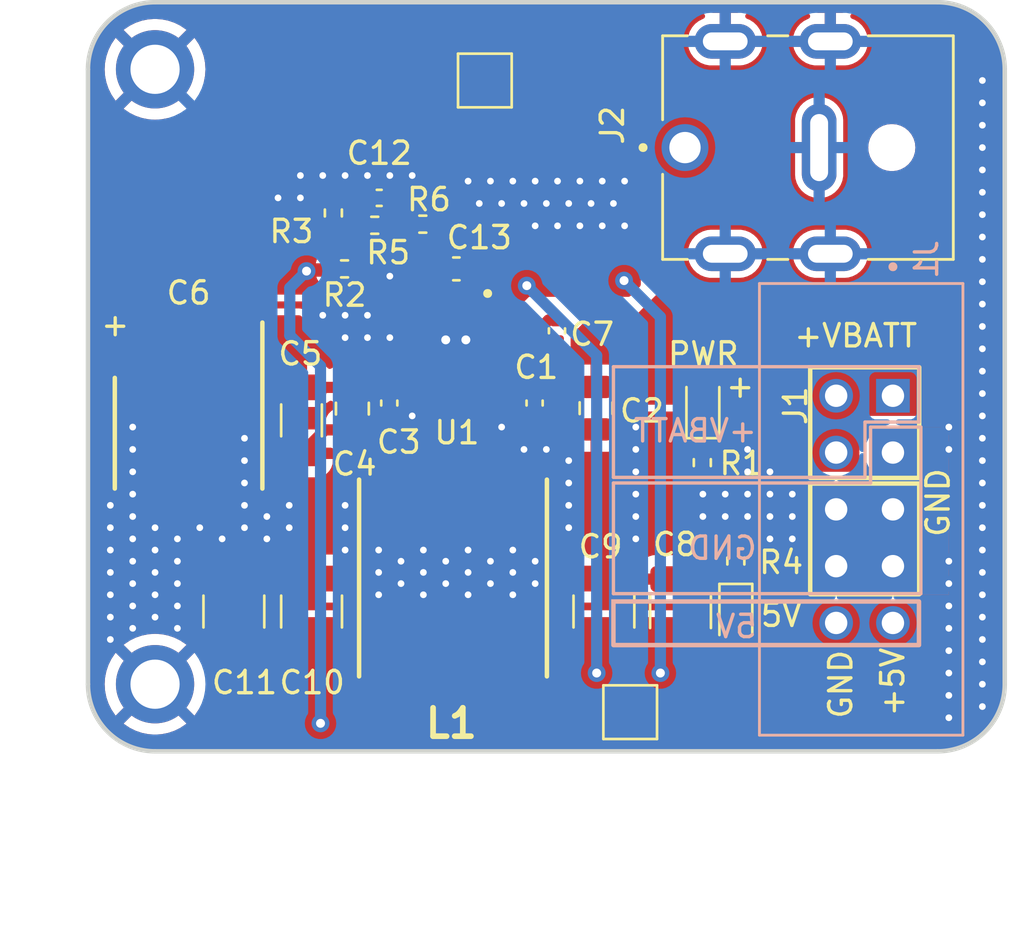
<source format=kicad_pcb>
(kicad_pcb (version 20221018) (generator pcbnew)
  (title_block (title "Power Supply - Voltage Regulator") (date "2024-04-01") (rev "2.0") (company "EPFL Xplore") (comment 1 "Voltage Regulation Circuit to be reviewed") (comment 2 "Maybe minimize battery voltage path?") (comment 4 "Author: Ilyas Asmouki"))
  (layers (0 "F.Cu" signal) (31 "B.Cu" power) (34 "B.Paste" user) (35 "F.Paste" user) (36 "B.SilkS" user "B.Silkscreen") (37 "F.SilkS" user "F.Silkscreen") (38 "B.Mask" user) (39 "F.Mask" user) (44 "Edge.Cuts" user))
  (net 0 "")
  (net 1 "+BATT")
  (net 2 "GND")
  (net 3 "+5V")
  (net 4 "Net-(C12-Pad1)")
  (net 5 "Net-(D1-K)")
  (net 6 "Net-(D2-K)")
  (net 7 "/PS_SW")
  (net 8 "/PS_BOOT")
  (net 9 "/PS_FB")
  (net 10 "/PS_VCC")
  (net 11 "/PS_PGOOD")
  (footprint "Capacitor_SMD:C_1210_3225Metric" (layer "F.Cu") (at 135.025 120.25 90)
    (fp_text reference "C11")
    (fp_text value "22u")
  )
  (footprint "Capacitor_SMD:C_0805_2012Metric" (layer "F.Cu") (at 140.325 111.175 -90)
    (fp_text reference "C4")
    (fp_text value "4.7u")
  )
  (footprint "TestPoint:TestPoint_Pad_2.0x2.0mm" (layer "F.Cu") (at 152.75 124.75)
    (fp_text reference "TP2" hide)
    (fp_text value "TestPoint_Alt")
  )
  (footprint "MountingHole:MountingHole_2.2mm_M2_ISO7380_Pad" (layer "F.Cu") (at 131.5 123.5)
    (fp_text reference "H1" hide)
    (fp_text value "MountingHole_Pad")
  )
  (footprint "Resistor_SMD:R_0402_1005Metric" (layer "F.Cu") (at 139.475 102.425 90)
    (fp_text reference "R3")
    (fp_text value "1k")
  )
  (footprint "Resistor_SMD:R_0402_1005Metric" (layer "F.Cu") (at 143.475 102.925)
    (fp_text reference "R6")
    (fp_text value "24.9k")
  )
  (footprint "Capacitor_SMD:C_1210_3225Metric" (layer "F.Cu") (at 155 120.275 90)
    (fp_text reference "C8")
    (fp_text value "22u")
  )
  (footprint "865080543009:CAPAE660X550N" (layer "F.Cu") (at 133 111.45 -90)
    (fp_text reference "C6")
    (fp_text value "47u" hide)
  )
  (footprint "Capacitor_SMD:C_0402_1005Metric" (layer "F.Cu") (at 148.475 110.925 -90)
    (fp_text reference "C1")
    (fp_text value "100n")
  )
  (footprint "Capacitor_SMD:C_0402_1005Metric" (layer "F.Cu") (at 141.525 101.75)
    (fp_text reference "C12")
    (fp_text value "22p")
  )
  (footprint "Capacitor_SMD:C_1210_3225Metric" (layer "F.Cu") (at 138.5 120.25 90)
    (fp_text reference "C10")
    (fp_text value "22u")
  )
  (footprint "LM62440APPQRJRRQ1:IC_LM61460AANRJRR" (layer "F.Cu") (at 144.975 108.925 -90)
    (fp_text reference "U1")
    (fp_text value "LM62440-Q1")
  )
  (footprint "TestPoint:TestPoint_Pad_2.0x2.0mm" (layer "F.Cu") (at 146.25 96.5)
    (fp_text reference "TP1" hide)
    (fp_text value "TestPoint_Alt")
  )
  (footprint "Resistor_SMD:R_0402_1005Metric" (layer "F.Cu") (at 157.475 117.99 90)
    (fp_text reference "R4")
    (fp_text value "1k")
  )
  (footprint "Resistor_SMD:R_0402_1005Metric" (layer "F.Cu") (at 155.975 113.59 -90)
    (fp_text reference "R1")
    (fp_text value "1k")
  )
  (footprint "Capacitor_SMD:C_0805_2012Metric" (layer "F.Cu") (at 151.225 111.155 -90)
    (fp_text reference "C2")
    (fp_text value "4.7u")
  )
  (footprint "SRP8540A-8R2M:INDPM8884X400N" (layer "F.Cu") (at 144.825 118.75 -90)
    (fp_text reference "L1")
    (fp_text value "8.2u" hide)
  )
  (footprint "Resistor_SMD:R_0402_1005Metric" (layer "F.Cu") (at 141.325 102.975)
    (fp_text reference "R5")
    (fp_text value "100k")
  )
  (footprint "LED_SMD:LED_0603_1608Metric" (layer "F.Cu") (at 156 111.0125 90)
    (fp_text reference "D1" hide)
    (fp_text value "RED")
  )
  (footprint "Capacitor_SMD:C_0402_1005Metric" (layer "F.Cu") (at 149.475 107.695 90)
    (fp_text reference "C7")
    (fp_text value "100n")
  )
  (footprint "MountingHole:MountingHole_2.2mm_M2_ISO7380_Pad" (layer "F.Cu") (at 131.5 96)
    (fp_text reference "H2" hide)
    (fp_text value "MountingHole_Pad")
  )
  (footprint "Capacitor_SMD:C_1206_3216Metric" (layer "F.Cu") (at 138.05 111.7 -90)
    (fp_text reference "C5")
    (fp_text value "10u")
  )
  (footprint "Resistor_SMD:R_0402_1005Metric" (layer "F.Cu") (at 139.975 104.925 180)
    (fp_text reference "R2")
    (fp_text value "4.7k")
  )
  (footprint "PJ-082BH:CUI_PJ-082BH" (layer "F.Cu") (at 164.45 99.5 90)
    (fp_text reference "J2")
    (fp_text value "PJ-082BH")
  )
  (footprint "Capacitor_SMD:C_1210_3225Metric" (layer "F.Cu") (at 151.575 120.25 90)
    (fp_text reference "C9")
    (fp_text value "22u")
  )
  (footprint "Capacitor_SMD:C_0603_1608Metric" (layer "F.Cu") (at 144.975 104.925 180)
    (fp_text reference "C13")
    (fp_text value "1u")
  )
  (footprint "Capacitor_SMD:C_0402_1005Metric" (layer "F.Cu") (at 141.975 110.925 -90)
    (fp_text reference "C3")
    (fp_text value "100n")
  )
  (footprint "LED_SMD:LED_0603_1608Metric" (layer "F.Cu") (at 157.475 120.5 -90)
    (fp_text reference "D2" hide)
    (fp_text value "GREEN")
  )
  (footprint "SBH11-PBPC-D05-ST-BK_Header:SULLINS_SBH11-PBPC-D05-ST-BK" (layer "B.Cu") (at 163.23 115.68 -90)
    (fp_text reference "J1")
    (fp_text value "Conn_02x05_Counter_Clockwise")
  )
  (gr_line (start 152 109.3) (end 152 114.25) (stroke (width 0.15)) (layer "B.SilkS"))
  (gr_line (start 163.5 114.5) (end 163.5 112) (stroke (width 0.15)) (layer "B.SilkS"))
  (gr_line (start 152 119.45) (end 152 114.5) (stroke (width 0.15)) (layer "B.SilkS"))
  (gr_line (start 163.25 114.25) (end 152 114.25) (stroke (width 0.15)) (layer "B.SilkS"))
  (gr_line (start 165.665 109.3) (end 165.665 111.775) (stroke (width 0.15)) (layer "B.SilkS"))
  (gr_line (start 152 114.5) (end 163.5 114.5) (stroke (width 0.15)) (layer "B.SilkS"))
  (gr_line (start 165.665 111.775) (end 163.25 111.775) (stroke (width 0.15)) (layer "B.SilkS"))
  (gr_line (start 165.75 119.45) (end 152 119.45) (stroke (width 0.15)) (layer "B.SilkS"))
  (gr_line (start 163.5 112) (end 165.75 112) (stroke (width 0.15)) (layer "B.SilkS"))
  (gr_rect (start 152 119.8) (end 165.665 121.75) (stroke (width 0.2)) (fill none) (layer "B.SilkS"))
  (gr_line (start 163.25 111.775) (end 163.25 114.25) (stroke (width 0.15)) (layer "B.SilkS"))
  (gr_line (start 152 109.3) (end 165.665 109.3) (stroke (width 0.15)) (layer "B.SilkS"))
  (gr_line (start 165.75 112) (end 165.75 119.45) (stroke (width 0.15)) (layer "B.SilkS"))
  (gr_rect (start 160.8 114.525) (end 165.675 119.475) (stroke (width 0.2)) (fill none) (layer "F.SilkS"))
  (gr_rect (start 160.8 109.325) (end 165.675 114.275) (stroke (width 0.2)) (fill none) (layer "F.SilkS"))
  (gr_arc (start 131.5 126.5) (mid 129.37868 125.62132) (end 128.5 123.5) (stroke (width 0.2)) (layer "Edge.Cuts"))
  (gr_line (start 131.5 126.5) (end 166.5 126.5) (stroke (width 0.2)) (layer "Edge.Cuts"))
  (gr_line (start 128.5 96) (end 128.5 123.5) (stroke (width 0.2)) (layer "Edge.Cuts"))
  (gr_arc (start 169.5 123.5) (mid 168.62132 125.62132) (end 166.5 126.5) (stroke (width 0.2)) (layer "Edge.Cuts"))
  (gr_line (start 131.5 93) (end 166.5 93) (stroke (width 0.2)) (layer "Edge.Cuts"))
  (gr_arc (start 166.5 93) (mid 168.62132 93.87868) (end 169.5 96) (stroke (width 0.2)) (layer "Edge.Cuts"))
  (gr_arc (start 128.5 96) (mid 129.37868 93.87868) (end 131.5 93) (stroke (width 0.2)) (layer "Edge.Cuts"))
  (gr_line (start 169.5 96) (end 169.5 123.5) (stroke (width 0.2)) (layer "Edge.Cuts"))
  (gr_text "GND" (at 158.5 118) (layer "B.SilkS") (effects (font (size 1 1)) (justify left bottom mirror)))
  (gr_text "5V" (at 158.5 121.5) (layer "B.SilkS") (effects (font (size 1 1)) (justify left bottom mirror)))
  (gr_text "+VBATT" (at 158.5 112.75) (layer "B.SilkS") (effects (font (size 1 1)) (justify left bottom mirror)))
  (gr_text "+" (at 156.95 110.75) (layer "F.SilkS") (effects (font (size 1 1)) (justify left bottom)))
  (gr_text "GND" (at 167.1 117 90) (layer "F.SilkS") (effects (font (size 1 1)) (justify left bottom)))
  (gr_text "GND" (at 162.75 125.125 90) (layer "F.SilkS") (effects (font (size 1 1)) (justify left bottom)))
  (gr_text "PWR" (at 154.35 109.3125) (layer "F.SilkS") (effects (font (size 1 1)) (justify left bottom)))
  (gr_text "+VBATT" (at 160 108.5) (layer "F.SilkS") (effects (font (size 1 1)) (justify left bottom)))
  (gr_text "J1" (at 160.725 112 90) (layer "F.SilkS") (effects (font (size 1 1)) (justify left bottom)))
  (gr_text "+5V" (at 165.075 125.025 90) (layer "F.SilkS") (effects (font (size 1 1)) (justify left bottom)))
  (gr_text "+" (at 129 108) (layer "F.SilkS") (effects (font (size 1 1)) (justify left bottom)))
  (gr_text "5V" (at 158.5 121) (layer "F.SilkS") (effects (font (size 1 1)) (justify left bottom)))
  (segment (start 140.625 109.375) (end 143.525 109.375) (width 0.5) (layer "F.Cu") (net 1))
  (segment (start 143.375 108.3) (end 143.375 109.225) (width 0.2) (layer "F.Cu") (net 1))
  (segment (start 138.925 110.425) (end 138.725 110.225) (width 0.5) (layer "F.Cu") (net 1))
  (segment (start 138.6 108.9) (end 133 108.9) (width 0.5) (layer "F.Cu") (net 1))
  (segment (start 143.375 109.225) (end 143.525 109.375) (width 0.2) (layer "F.Cu") (net 1))
  (segment (start 138.7 110.2) (end 138.725 110.225) (width 0.3) (layer "F.Cu") (net 1))
  (segment (start 140.325 110.225) (end 140.325 109.675) (width 0.5) (layer "F.Cu") (net 1))
  (segment (start 139 108.5) (end 138.6 108.9) (width 0.5) (layer "F.Cu") (net 1))
  (segment (start 140.325 110.225) (end 140.325 109.825) (width 0.5) (layer "F.Cu") (net 1))
  (segment (start 140.325 109.675) (end 140.625 109.375) (width 0.5) (layer "F.Cu") (net 1))
  (segment (start 140.325 109.825) (end 139 108.5) (width 0.5) (layer "F.Cu") (net 1))
  (segment (start 150.985 110.445) (end 151.225 110.205) (width 0.5) (layer "F.Cu") (net 1))
  (segment (start 144.2 104.925) (end 144.2 103.14) (width 0.5) (layer "F.Cu") (net 2))
  (segment (start 139.1 112.125) (end 138.05 113.175) (width 0.5) (layer "F.Cu") (net 2))
  (segment (start 144.975 107.075) (end 144.975 106.425) (width 0.3) (layer "F.Cu") (net 2))
  (segment (start 144.975 106.425) (end 144.2 105.65) (width 0.3) (layer "F.Cu") (net 2))
  (segment (start 144.4 109.9) (end 143.825 110.475) (width 0.2) (layer "F.Cu") (net 2))
  (segment (start 143 111.3) (end 143.825 110.475) (width 0.5) (layer "F.Cu") (net 2))
  (segment (start 142.2 107.8) (end 143.375 107.8) (width 0.3) (layer "F.Cu") (net 2))
  (segment (start 140.325 112.125) (end 139.1 112.125) (width 0.5) (layer "F.Cu") (net 2))
  (segment (start 142 108) (end 142.2 107.8) (width 0.3) (layer "F.Cu") (net 2))
  (segment (start 141.255 112.125) (end 141.975 111.405) (width 0.5) (layer "F.Cu") (net 2))
  (segment (start 144.4 108.2) (end 144.4 109.9) (width 0.2) (layer "F.Cu") (net 2))
  (segment (start 144.2 103.14) (end 143.985 102.925) (width 0.5) (layer "F.Cu") (net 2))
  (segment (start 144.5 108.1) (end 144.4 108.2) (width 0.2) (layer "F.Cu") (net 2))
  (segment (start 143 111.5) (end 143 111.3) (width 0.5) (layer "F.Cu") (net 2))
  (segment (start 140.325 112.125) (end 141.255 112.125) (width 0.5) (layer "F.Cu") (net 2))
  (segment (start 144.2 105.65) (end 144.2 104.925) (width 0.3) (layer "F.Cu") (net 2))
  (via (at 142.5 118) (size 0.7) (drill 0.3) (layers "F.Cu" "B.Cu") (net 2))
  (via (at 168.5 96.5) (size 0.7) (drill 0.3) (layers "F.Cu" "B.Cu") (net 2))
  (via (at 158 115) (size 0.7) (drill 0.3) (layers "F.Cu" "B.Cu") (net 2))
  (via (at 129.5 121.5) (size 0.7) (drill 0.3) (layers "F.Cu" "B.Cu") (net 2))
  (via (at 135.5 115.5) (size 0.7) (drill 0.3) (layers "F.Cu" "B.Cu") (net 2))
  (via (at 168.5 98.5) (size 0.7) (drill 0.3) (layers "F.Cu" "B.Cu") (net 2))
  (via (at 151.5 103) (size 0.7) (drill 0.3) (layers "F.Cu" "B.Cu") (net 2))
  (via (at 159 115) (size 0.7) (drill 0.3) (layers "F.Cu" "B.Cu") (net 2))
  (via (at 168.5 121.5) (size 0.7) (drill 0.3) (layers "F.Cu" "B.Cu") (net 2))
  (via (at 129.5 116.5) (size 0.7) (drill 0.3) (layers "F.Cu" "B.Cu") (net 2))
  (via (at 130.5 112) (size 0.7) (drill 0.3) (layers "F.Cu" "B.Cu") (net 2))
  (via (at 141 107) (size 0.7) (drill 0.3) (layers "F.Cu" "B.Cu") (net 2))
  (via (at 151.5 101) (size 0.7) (drill 0.3) (layers "F.Cu" "B.Cu") (net 2))
  (via (at 137 101.75) (size 0.7) (drill 0.3) (layers "F.Cu" "B.Cu") (net 2))
  (via (at 168.5 117.5) (size 0.7) (drill 0.3) (layers "F.Cu" "B.Cu") (net 2))
  (via (at 168.5 112.5) (size 0.7) (drill 0.3) (layers "F.Cu" "B.Cu") (net 2))
  (via (at 139 107) (size 0.7) (drill 0.3) (layers "F.Cu" "B.Cu") (net 2))
  (via (at 168.5 101.5) (size 0.7) (drill 0.3) (layers "F.Cu" "B.Cu") (net 2))
  (via (at 168.5 104.5) (size 0.7) (drill 0.3) (layers "F.Cu" "B.Cu") (net 2))
  (via (at 148 102) (size 0.7) (drill 0.3) (layers "F.Cu" "B.Cu") (net 2))
  (via (at 168.5 109.5) (size 0.7) (drill 0.3) (layers "F.Cu" "B.Cu") (net 2))
  (via (at 167 120) (size 0.7) (drill 0.3) (layers "F.Cu" "B.Cu") (net 2))
  (via (at 146.5 101) (size 0.7) (drill 0.3) (layers "F.Cu" "B.Cu") (net 2))
  (via (at 153 113) (size 0.7) (drill 0.3) (layers "F.Cu" "B.Cu") (net 2))
  (via (at 148 113) (size 0.7) (drill 0.3) (layers "F.Cu" "B.Cu") (net 2))
  (via (at 167 118) (size 0.7) (drill 0.3) (layers "F.Cu" "B.Cu") (net 2))
  (via (at 142 100.75) (size 0.7) (drill 0.3) (layers "F.Cu" "B.Cu") (net 2))
  (via (at 132.5 119) (size 0.7) (drill 0.3) (layers "F.Cu" "B.Cu") (net 2))
  (via (at 148.5 119) (size 0.7) (drill 0.3) (layers "F.Cu" "B.Cu") (net 2))
  (via (at 137.5 115.5) (size 0.7) (drill 0.3) (layers "F.Cu" "B.Cu") (net 2))
  (via (at 153 116) (size 0.7) (drill 0.3) (layers "F.Cu" "B.Cu") (net 2))
  (via (at 141.5 119.5) (size 0.7) (drill 0.3) (layers "F.Cu" "B.Cu") (net 2))
  (via (at 148.5 103) (size 0.7) (drill 0.3) (layers "F.Cu" "B.Cu") (net 2))
  (via (at 143 100.75) (size 0.7) (drill 0.3) (layers "F.Cu" "B.Cu") (net 2))
  (via (at 168.5 116.5) (size 0.7) (drill 0.3) (layers "F.Cu" "B.Cu") (net 2))
  (via (at 149 113) (size 0.7) (drill 0.3) (layers "F.Cu" "B.Cu") (net 2))
  (via (at 167 124) (size 0.7) (drill 0.3) (layers "F.Cu" "B.Cu") (net 2))
  (via (at 168.5 113.5) (size 0.7) (drill 0.3) (layers "F.Cu" "B.Cu") (net 2))
  (via (at 131.5 118.5) (size 0.7) (drill 0.3) (layers "F.Cu" "B.Cu") (net 2))
  (via (at 131.5 119.5) (size 0.7) (drill 0.3) (layers "F.Cu" "B.Cu") (net 2))
  (via (at 140 100.75) (size 0.7) (drill 0.3) (layers "F.Cu" "B.Cu") (net 2))
  (via (at 130.5 115) (size 0.7) (drill 0.3) (layers "F.Cu" "B.Cu") (net 2))
  (via (at 131.5 116.5) (size 0.7) (drill 0.3) (layers "F.Cu" "B.Cu") (net 2))
  (via (at 167 112) (size 0.7) (drill 0.3) (layers "F.Cu" "B.Cu") (net 2))
  (via (at 143 111.5) (size 0.7) (drill 0.3) (layers "F.Cu" "B.Cu") (net 2))
  (via (at 138 100.75) (size 0.7) (drill 0.3) (layers "F.Cu" "B.Cu") (net 2))
  (via (at 168.5 106.5) (size 0.7) (drill 0.3) (layers "F.Cu" "B.Cu") (net 2))
  (via (at 150.5 103) (size 0.7) (drill 0.3) (layers "F.Cu" "B.Cu") (net 2))
  (via (at 130.5 120) (size 0.7) (drill 0.3) (layers "F.Cu" "B.Cu") (net 2))
  (via (at 150 113.5) (size 0.7) (drill 0.3) (layers "F.Cu" "B.Cu") (net 2))
  (via (at 149.5 101) (size 0.7) (drill 0.3) (layers "F.Cu" "B.Cu") (net 2))
  (via (at 150 102) (size 0.7) (drill 0.3) (layers "F.Cu" "B.Cu") (net 2))
  (via (at 140 117.5) (size 0.7) (drill 0.3) (layers "F.Cu" "B.Cu") (net 2))
  (via (at 135.5 116.5) (size 0.7) (drill 0.3) (layers "F.Cu" "B.Cu") (net 2))
  (via (at 153 115) (size 0.7) (drill 0.3) (layers "F.Cu" "B.Cu") (net 2))
  (via (at 158 113) (size 0.7) (drill 0.3) (layers "F.Cu" "B.Cu") (net 2))
  (via (at 168.5 108.5) (size 0.7) (drill 0.3) (layers "F.Cu" "B.Cu") (net 2))
  (via (at 145.5 119.5) (size 0.7) (drill 0.3) (layers "F.Cu" "B.Cu") (net 2))
  (via (at 153 117) (size 0.7) (drill 0.3) (layers "F.Cu" "B.Cu") (net 2))
  (via (at 150.5 101) (size 0.7) (drill 0.3) (layers "F.Cu" "B.Cu") (net 2))
  (via (at 140 116.5) (size 0.7) (drill 0.3) (layers "F.Cu" "B.Cu") (net 2))
  (via (at 138 101.75) (size 0.7) (drill 0.3) (layers "F.Cu" "B.Cu") (net 2))
  (via (at 146 102) (size 0.7) (drill 0.3) (layers "F.Cu" "B.Cu") (net 2))
  (via (at 146.5 118) (size 0.7) (drill 0.3) (layers "F.Cu" "B.Cu") (net 2))
  (via (at 139 100.75) (size 0.7) (drill 0.3) (layers "F.Cu" "B.Cu") (net 2))
  (via (at 147.5 117.5) (size 0.7) (drill 0.3) (layers "F.Cu" "B.Cu") (net 2))
  (via (at 143.5 119.5) (size 0.7) (drill 0.3) (layers "F.Cu" "B.Cu") (net 2))
  (via (at 152.5 101) (size 0.7) (drill 0.3) (layers "F.Cu" "B.Cu") (net 2))
  (via (at 158 116) (size 0.7) (drill 0.3) (layers "F.Cu" "B.Cu") (net 2))
  (via (at 152.5 103) (size 0.7) (drill 0.3) (layers "F.Cu" "B.Cu") (net 2))
  (via (at 147 102) (size 0.7) (drill 0.3) (layers "F.Cu" "B.Cu") (net 2))
  (via (at 147.5 118.5) (size 0.7) (drill 0.3) (layers "F.Cu" "B.Cu") (net 2))
  (via (at 131.5 117.5) (size 0.7) (drill 0.3) (layers "F.Cu" "B.Cu") (net 2))
  (via (at 167 121) (size 0.7) (drill 0.3) (layers "F.Cu" "B.Cu") (net 2))
  (via (at 142 105.25) (size 0.7) (drill 0.3) (layers "F.Cu" "B.Cu") (net 2))
  (via (at 145.5 118.5) (size 0.7) (drill 0.3) (layers "F.Cu" "B.Cu") (net 2))
  (via (at 135.5 113.5) (size 0.7) (drill 0.3) (layers "F.Cu" "B.Cu") (net 2))
  (via (at 142 108) (size 0.7) (drill 0.3) (layers "F.Cu" "B.Cu") (net 2))
  (via (at 145.5 117.5) (size 0.7) (drill 0.3) (layers "F.Cu" "B.Cu") (net 2))
  (via (at 168.5 110.5) (size 0.7) (drill 0.3) (layers "F.Cu" "B.Cu") (net 2))
  (via (at 147.5 101) (size 0.7) (drill 0.3) (layers "F.Cu" "B.Cu") (net 2))
  (via (at 144.5 118) (size 0.7) (drill 0.3) (layers "F.Cu" "B.Cu") (net 2))
  (via (at 142.5 119) (size 0.7) (drill 0.3) (layers "F.Cu" "B.Cu") (net 2))
  (via (at 168.5 102.5) (size 0.7) (drill 0.3) (layers "F.Cu" "B.Cu") (net 2))
  (via (at 130.5 119) (size 0.7) (drill 0.3) (layers "F.Cu" "B.Cu") (net 2))
  (via (at 147 112) (size 0.7) (drill 0.3) (layers "F.Cu" "B.Cu") (net 2))
  (via (at 159 114) (size 0.7) (drill 0.3) (layers "F.Cu" "B.Cu") (net 2))
  (via (at 136.5 117) (size 0.7) (drill 0.3) (layers "F.Cu" "B.Cu") (net 2))
  (via (at 152 102) (size 0.7) (drill 0.3) (layers "F.Cu" "B.Cu") (net 2))
  (via (at 167 119) (size 0.7) (drill 0.3) (layers "F.Cu" "B.Cu") (net 2))
  (via (at 129.5 120.5) (size 0.7) (drill 0.3) (layers "F.Cu" "B.Cu") (net 2))
  (via (at 129.5 119.5) (size 0.7) (drill 0.3) (layers "F.Cu" "B.Cu") (net 2))
  (via (at 153 114) (size 0.7) (drill 0.3) (layers "F.Cu" "B.Cu") (net 2))
  (via (at 156 115) (size 0.7) (drill 0.3) (layers "F.Cu" "B.Cu") (net 2))
  (via (at 168.5 123.5) (size 0.7) (drill 0.3) (layers "F.Cu" "B.Cu") (net 2))
  (via (at 137.5 116.5) (size 0.7) (drill 0.3) (layers "F.Cu" "B.Cu") (net 2))
  (via (at 159 116) (size 0.7) (drill 0.3) (layers "F.Cu" "B.Cu") (net 2))
  (via (at 143.5 118.5) (size 0.7) (drill 0.3) (layers "F.Cu" "B.Cu") (net 2))
  (via (at 144.5 119) (size 0.7) (drill 0.3) (layers "F.Cu" "B.Cu") (net 2))
  (via (at 168.5 119.5) (size 0.7) (drill 0.3) (layers "F.Cu" "B.Cu") (net 2))
  (via (at 145.4 108.1) (size 0.8) (drill 0.4) (layers "F.Cu" "B.Cu") (net 2))
  (via (at 168.5 115.5) (size 0.7) (drill 0.3) (layers "F.Cu" "B.Cu") (net 2))
  (via (at 148.5 118) (size 0.7) (drill 0.3) (layers "F.Cu" "B.Cu") (net 2))
  (via (at 135.5 112.5) (size 0.7) (drill 0.3) (layers "F.Cu" "B.Cu") (net 2))
  (via (at 168.5 124.5) (size 0.7) (drill 0.3) (layers "F.Cu" "B.Cu") (net 2))
  (via (at 129.5 117.5) (size 0.7) (drill 0.3) (layers "F.Cu" "B.Cu") (net 2))
  (via (at 130.5 121) (size 0.7) (drill 0.3) (layers "F.Cu" "B.Cu") (net 2))
  (via (at 132.5 120) (size 0.7) (drill 0.3) (layers "F.Cu" "B.Cu") (net 2))
  (via (at 134.5 117) (size 0.7) (drill 0.3) (layers "F.Cu" "B.Cu") (net 2))
  (via (at 130.5 113) (size 0.7) (drill 0.3) (layers "F.Cu" "B.Cu") (net 2))
  (via (at 147.5 119.5) (size 0.7) (drill 0.3) (layers "F.Cu" "B.Cu") (net 2))
  (via (at 168.5 111.5) (size 0.7) (drill 0.3) (layers "F.Cu" "B.Cu") (net 2))
  (via (at 140 115.5) (size 0.7) (drill 0.3) (layers "F.Cu" "B.Cu") (net 2))
  (via (at 146.5 119) (size 0.7) (drill 0.3) (layers "F.Cu" "B.Cu") (net 2))
  (via (at 160 117) (size 0.7) (drill 0.3) (layers "F.Cu" "B.Cu") (net 2))
  (via (at 160 116) (size 0.7) (drill 0.3) (layers "F.Cu" "B.Cu") (net 2))
  (via (at 168.5 118.5) (size 0.7) (drill 0.3) (layers "F.Cu" "B.Cu") (net 2))
  (via (at 157 115) (size 0.7) (drill 0.3) (layers "F.Cu" "B.Cu") (net 2))
  (via (at 136.5 116) (size 0.7) (drill 0.3) (layers "F.Cu" "B.Cu") (net 2))
  (via (at 168.5 97.5) (size 0.7) (drill 0.3) (layers "F.Cu" "B.Cu") (net 2))
  (via (at 141.5 118.5) (size 0.7) (drill 0.3) (layers "F.Cu" "B.Cu") (net 2))
  (via (at 151 102) (size 0.7) (drill 0.3) (layers "F.Cu" "B.Cu") (net 2))
  (via (at 168.5 105.5) (size 0.7) (drill 0.3) (layers "F.Cu" "B.Cu") (net 2))
  (via (at 160 115) (size 0.7) (drill 0.3) (layers "F.Cu" "B.Cu") (net 2))
  (via (at 130.5 118) (size 0.7) (drill 0.3) (layers "F.Cu" "B.Cu") (net 2))
  (via (at 168.5 120.5) (size 0.7) (drill 0.3) (layers "F.Cu" "B.Cu") (net 2))
  (via (at 153 112) (size 0.7) (drill 0.3) (layers "F.Cu" "B.Cu") (net 2))
  (via (at 140 107) (size 0.7) (drill 0.3) (layers "F.Cu" "B.Cu") (net 2))
  (via (at 168.5 122.5) (size 0.7) (drill 0.3) (layers "F.Cu" "B.Cu") (net 2))
  (via (at 129.5 118.5) (size 0.7) (drill 0.3) (layers "F.Cu" "B.Cu") (net 2))
  (via (at 144.5 108.1) (size 0.8) (drill 0.4) (layers "F.Cu" "B.Cu") (net 2))
  (via (at 150 116.5) (size 0.7) (drill 0.3) (layers "F.Cu" "B.Cu") (net 2))
  (via (at 130.5 117) (size 0.7) (drill 0.3) (layers "F.Cu" "B.Cu") (net 2))
  (via (at 167 123) (size 0.7) (drill 0.3) (layers "F.Cu" "B.Cu") (net 2))
  (via (at 145.5 101) (size 0.7) (drill 0.3) (layers "F.Cu" "B.Cu") (net 2))
  (via (at 157 116) (size 0.7) (drill 0.3) (layers "F.Cu" "B.Cu") (net 2))
  (via (at 167 125) (size 0.7) (drill 0.3) (layers "F.Cu" "B.Cu") (net 2))
  (via (at 150 115.5) (size 0.7) (drill 0.3) (layers "F.Cu" "B.Cu") (net 2))
  (via (at 130.5 114) (size 0.7) (drill 0.3) (layers "F.Cu" "B.Cu") (net 2))
  (via (at 148.5 101) (size 0.7) (drill 0.3) (layers "F.Cu" "B.Cu") (net 2))
  (via (at 149.5 103) (size 0.7) (drill 0.3) (layers "F.Cu" "B.Cu") (net 2))
  (via (at 130.5 116) (size 0.7) (drill 0.3) (layers "F.Cu" "B.Cu") (net 2))
  (via (at 168.5 100.5) (size 0.7) (drill 0.3) (layers "F.Cu" "B.Cu") (net 2))
  (via (at 167 113) (size 0.7) (drill 0.3) (layers "F.Cu" "B.Cu") (net 2))
  (via (at 132.5 121) (size 0.7) (drill 0.3) (layers "F.Cu" "B.Cu") (net 2))
  (via (at 135.5 114.5) (size 0.7) (drill 0.3) (layers "F.Cu" "B.Cu") (net 2))
  (via (at 132.5 118) (size 0.7) (drill 0.3) (layers "F.Cu" "B.Cu") (net 2))
  (via (at 140 108) (size 0.7) (drill 0.3) (layers "F.Cu" "B.Cu") (net 2))
  (via (at 149 102) (size 0.7) (drill 0.3) (layers "F.Cu" "B.Cu") (net 2))
  (via (at 167 122) (size 0.7) (drill 0.3) (layers "F.Cu" "B.Cu") (net 2))
  (via (at 131.5 120.5) (size 0.7) (drill 0.3) (layers "F.Cu" "B.Cu") (net 2))
  (via (at 132.5 117) (size 0.7) (drill 0.3) (layers "F.Cu" "B.Cu") (net 2))
  (via (at 141.5 117.5) (size 0.7) (drill 0.3) (layers "F.Cu" "B.Cu") (net 2))
  (via (at 129.5 115.5) (size 0.7) (drill 0.3) (layers "F.Cu" "B.Cu") (net 2))
  (via (at 168.5 107.5) (size 0.7) (drill 0.3) (layers "F.Cu" "B.Cu") (net 2))
  (via (at 168.5 114.5) (size 0.7) (drill 0.3) (layers "F.Cu" "B.Cu") (net 2))
  (via (at 156 116) (size 0.7) (drill 0.3) (layers "F.Cu" "B.Cu") (net 2))
  (via (at 168.5 103.5) (size 0.7) (drill 0.3) (layers "F.Cu" "B.Cu") (net 2))
  (via (at 150 114.5) (size 0.7) (drill 0.3) (layers "F.Cu" "B.Cu") (net 2))
  (via (at 158 114) (size 0.7) (drill 0.3) (layers "F.Cu" "B.Cu") (net 2))
  (via (at 143.5 117.5) (size 0.7) (drill 0.3) (layers "F.Cu" "B.Cu") (net 2))
  (via (at 141 108) (size 0.7) (drill 0.3) (layers "F.Cu" "B.Cu") (net 2))
  (via (at 159 117) (size 0.7) (drill 0.3) (layers "F.Cu" "B.Cu") (net 2))
  (via (at 133.5 116.5) (size 0.7) (drill 0.3) (layers "F.Cu" "B.Cu") (net 2))
  (via (at 141 100.75) (size 0.7) (drill 0.3) (layers "F.Cu" "B.Cu") (net 2))
  (via (at 168.5 99.5) (size 0.7) (drill 0.3) (layers "F.Cu" "B.Cu") (net 2))
  (segment (start 146.175 107.125) (end 146.225 107.175) (width 0.3) (layer "F.Cu") (net 3))
  (segment (start 146.225 107.175) (end 146.725 107.175) (width 0.3) (layer "F.Cu") (net 3))
  (segment (start 140.815 102.975) (end 139.515 102.975) (width 0.2) (layer "F.Cu") (net 3))
  (segment (start 139.465 102.945) (end 139.475 102.935) (width 0.5) (layer "F.Cu") (net 3))
  (segment (start 138.275 105.025) (end 139.365 105.025) (width 0.5) (layer "F.Cu") (net 3))
  (segment (start 139.465 104.925) (end 139.465 102.945) (width 0.5) (layer "F.Cu") (net 3))
  (segment (start 139.515 102.975) (end 139.475 102.935) (width 0.2) (layer "F.Cu") (net 3))
  (segment (start 139.365 105.025) (end 139.465 104.925) (width 0.5) (layer "F.Cu") (net 3))
  (via (at 138.9 125.25) (size 0.8) (drill 0.4) (layers "F.Cu" "B.Cu") (net 3))
  (via (at 152.475 105.45) (size 0.8) (drill 0.4) (layers "F.Cu" "B.Cu") (net 3))
  (via (at 151.25 123) (size 0.8) (drill 0.4) (layers "F.Cu" "B.Cu") (net 3))
  (via (at 148.125 105.675) (size 0.8) (drill 0.4) (layers "F.Cu" "B.Cu") (net 3))
  (via (at 138.275 105.025) (size 0.8) (drill 0.4) (layers "F.Cu" "B.Cu") (net 3))
  (via (at 154.1 123) (size 0.8) (drill 0.4) (layers "F.Cu" "B.Cu") (net 3))
  (segment (start 137.525 105.775) (end 138.275 105.025) (width 0.5) (layer "B.Cu") (net 3))
  (segment (start 138.9 125.25) (end 138.9 109.275) (width 0.5) (layer "B.Cu") (net 3))
  (segment (start 154.1 123) (end 154.1 107.075) (width 0.5) (layer "B.Cu") (net 3))
  (segment (start 137.525 107.9) (end 137.525 105.775) (width 0.5) (layer "B.Cu") (net 3))
  (segment (start 151.25 123) (end 151.25 108.8) (width 0.5) (layer "B.Cu") (net 3))
  (segment (start 138.9 109.275) (end 137.525 107.9) (width 0.5) (layer "B.Cu") (net 3))
  (segment (start 151.25 108.8) (end 148.125 105.675) (width 0.5) (layer "B.Cu") (net 3))
  (segment (start 154.1 107.075) (end 152.475 105.45) (width 0.5) (layer "B.Cu") (net 3))
  (segment (start 141.045 101.75) (end 139.64 101.75) (width 0.2) (layer "F.Cu") (net 4))
  (segment (start 139.64 101.75) (end 139.475 101.915) (width 0.2) (layer "F.Cu") (net 4))
  (segment (start 156 111.8) (end 156 113.055) (width 0.5) (layer "F.Cu") (net 5))
  (segment (start 156 113.055) (end 155.975 113.08) (width 0.5) (layer "F.Cu") (net 5))
  (segment (start 157.475 119.7125) (end 157.475 118.5) (width 0.3) (layer "F.Cu") (net 6))
  (segment (start 144.975 109.5) (end 145.675 108.8) (width 0.3) (layer "F.Cu") (net 7))
  (segment (start 148.85 108.8) (end 149.475 108.175) (width 0.3) (layer "F.Cu") (net 7))
  (segment (start 145.675 108.8) (end 148.85 108.8) (width 0.3) (layer "F.Cu") (net 7))
  (segment (start 149.095196 107.215) (end 149.475 107.215) (width 0.5) (layer "F.Cu") (net 8))
  (segment (start 146.575 107.8) (end 146.575 108.3) (width 0.3) (layer "F.Cu") (net 8))
  (segment (start 148.430098 107.880098) (end 149.095196 107.215) (width 0.5) (layer "F.Cu") (net 8))
  (segment (start 148.430098 107.880098) (end 146.575 107.880098) (width 0.5) (layer "F.Cu") (net 8))
  (segment (start 142.965 102.925) (end 141.885 102.925) (width 0.2) (layer "F.Cu") (net 9))
  (segment (start 144.45 107.075) (end 144.45 106.725) (width 0.2) (layer "F.Cu") (net 9))
  (segment (start 142.965 102.71) (end 142.005 101.75) (width 0.2) (layer "F.Cu") (net 9))
  (segment (start 144.45 106.725) (end 142.965 105.24) (width 0.2) (layer "F.Cu") (net 9))
  (segment (start 142.965 102.925) (end 142.965 102.71) (width 0.2) (layer "F.Cu") (net 9))
  (segment (start 141.885 102.925) (end 141.835 102.975) (width 0.2) (layer "F.Cu") (net 9))
  (segment (start 142.965 105.24) (end 142.965 102.925) (width 0.2) (layer "F.Cu") (net 9))
  (segment (start 145.5 107.075) (end 145.5 105.175) (width 0.3) (layer "F.Cu") (net 10))
  (segment (start 145.5 105.175) (end 145.75 104.925) (width 0.3) (layer "F.Cu") (net 10))
  (segment (start 143.775 107.125) (end 143.725 107.175) (width 0.5) (layer "F.Cu") (net 11))
  (segment (start 142.475 107.175) (end 140.485 105.185) (width 0.5) (layer "F.Cu") (net 11))
  (segment (start 140.485 105.185) (end 140.485 104.925) (width 0.5) (layer "F.Cu") (net 11))
  (segment (start 143.725 107.175) (end 142.475 107.175) (width 0.5) (layer "F.Cu") (net 11))
  (zone (net 1) (net_name "+BATT") (layer "F.Cu") (name "+VBATT") (priority 4) (connect_pads yes (clearance 0.3)) (min_thickness 0.25) (fill yes (thermal_gap 0.5) (thermal_bridge_width 0.5))
    (polygon (pts (xy 153.5 97.5) (xy 157 97.5) (xy 157 101) (xy 154.5 101) (xy 153.5 100) (xy 153.5 99.5)))
  )
  (zone (net 2) (net_name "GND") (layer "F.Cu") (name "GND") (connect_pads (clearance 0.3)) (min_thickness 0.25) (fill yes (thermal_gap 0.5) (thermal_bridge_width 0.5) (island_removal_mode 1) (island_area_min 10))
    (polygon (pts (xy 143.75 110.25) (xy 143.75 111.75) (xy 141.75 112.916667) (xy 141.75 114.361111) (xy 137.9375 117.75) (xy 135.75 117.75) (xy 135 117) (xy 135 115) (xy 138.75 111.5) (xy 141.5 111.5) (xy 142.75 110.25)))
  )
  (zone (net 1) (net_name "+BATT") (layer "F.Cu") (name "+VBATT") (priority 4) (connect_pads yes (clearance 0.3)) (min_thickness 0.25) (fill yes (thermal_gap 0.5) (thermal_bridge_width 0.5))
    (polygon (pts (xy 160.5 109) (xy 160.5 114) (xy 163 114) (xy 163 112) (xy 163.5 111.5) (xy 166 111.5) (xy 166 109)))
  )
  (zone (net 3) (net_name "+5V") (layer "F.Cu") (name "+5V") (priority 1) (connect_pads (clearance 0.3)) (min_thickness 0.25) (fill yes (thermal_gap 0.5) (thermal_bridge_width 0.5))
    (polygon (pts (xy 139.95 105.375) (xy 139.25 106.075) (xy 136.6 106.075) (xy 136.05 105.45) (xy 136.05 103.05) (xy 136.475 102.6) (xy 139.975 102.575)))
  )
  (zone (net 3) (net_name "+5V") (layer "F.Cu") (name "+5V") (priority 2) (connect_pads yes (clearance 0.3)) (min_thickness 0.25) (fill yes (thermal_gap 0.5) (thermal_bridge_width 0.5))
    (polygon (pts (xy 134.5 120.5) (xy 134 121) (xy 134 126.5) (xy 163.5 126.5) (xy 166 124) (xy 166 120.5) (xy 165 119.5) (xy 161 119.5) (xy 160 120.5)))
  )
  (zone (net 1) (net_name "+BATT") (layer "F.Cu") (name "+VBATT") (priority 3) (connect_pads (clearance 0.3)) (min_thickness 0.25) (fill yes (thermal_gap 0.5) (thermal_bridge_width 0.5))
    (polygon (pts (xy 131 111) (xy 129.5 109.5) (xy 129.5 101.5) (xy 137.5 93.5) (xy 163.5 93.5) (xy 167 97) (xy 167 110.5) (xy 166 111.5) (xy 163.5 111.5) (xy 163 112) (xy 163 114) (xy 160 114) (xy 157 111) (xy 148 111) (xy 147 110) (xy 146 110) (xy 146 109) (xy 150 109) (xy 150 108) (xy 151 107) (xy 153 107) (xy 154 106) (xy 154 101) (xy 153 100) (xy 137.5 100) (xy 135 102.5) (xy 135 106) (xy 136 107) (xy 138 107) (xy 140 109) (xy 144 109) (xy 144 110) (xy 142.9 110) (xy 141.9 111)))
  )
  (zone (net 7) (net_name "/PS_SW") (layer "F.Cu") (name "PS_SW") (connect_pads yes (clearance 0.3)) (min_thickness 0.25) (fill yes (thermal_gap 0.5) (thermal_bridge_width 0.5) (island_removal_mode 1) (island_area_min 10))
    (polygon (pts (xy 144.7 110.1) (xy 143.975 112.275) (xy 142.05 113.525) (xy 142.05 116.575) (xy 147.55 116.575) (xy 147.55 113.525) (xy 145.875 112.175) (xy 145.15 110.075)))
  )
  (zone (net 2) (net_name "GND") (layer "F.Cu") (name "GND") (priority 1) (connect_pads (clearance 0.3)) (min_thickness 0.25) (fill yes (thermal_gap 0.5) (thermal_bridge_width 0.5))
    (polygon (pts (xy 153 100.5) (xy 153.5 101) (xy 153.5 103) (xy 153 103.5) (xy 145.5 103.5) (xy 145 104) (xy 145 106) (xy 145.1 106.1) (xy 145.1 107.4) (xy 144.8 107.4) (xy 144.8 106.3) (xy 143.5 105) (xy 143.5 101) (xy 144 100.5)))
  )
  (zone (net 1) (net_name "+BATT") (layer "F.Cu") (name "+VBATT") (priority 4) (connect_pads yes (clearance 0.3)) (min_thickness 0.25) (fill yes (thermal_gap 0.5) (thermal_bridge_width 0.5))
    (polygon (pts (xy 144.5 94.75) (xy 148 94.75) (xy 148 98.25) (xy 144.5 98.25) (xy 144.5 96.75)))
  )
  (zone (net 2) (net_name "GND") (layer "F.Cu") (name "GND") (connect_pads yes (clearance 0.3)) (min_thickness 0.25) (fill yes (thermal_gap 0.5) (thermal_bridge_width 0.5) (island_removal_mode 1) (island_area_min 10))
    (polygon (pts (xy 145.75 110.25) (xy 147 110.25) (xy 147 110.75) (xy 148.25 112) (xy 149.5 112) (xy 150.25 112.75) (xy 150.25 114.75) (xy 149.75 115.25) (xy 148.75 115.25) (xy 148.25 114.75) (xy 148.25 113.5) (xy 147.5 112.75) (xy 147 112.75) (xy 145.75 111.5)))
  )
  (zone (net 3) (net_name "+5V") (layer "F.Cu") (name "+5V") (priority 1) (connect_pads yes (clearance 0.3)) (min_thickness 0.25) (fill yes (thermal_gap 0.5) (thermal_bridge_width 0.5))
    (polygon (pts (xy 146.975 107.425) (xy 145.975 107.425) (xy 145.975 106.675) (xy 148.4 103.925) (xy 152.725 103.925) (xy 153.225 104.425) (xy 153.225 105.675) (xy 152.725 106.175) (xy 148.225 106.175)))
  )
  (zone (net 2) (net_name "GND") (layers "F&B.Cu") (name "GND") (connect_pads (clearance 0.3)) (min_thickness 0.25) (fill yes (thermal_gap 0.5) (thermal_bridge_width 0.5))
    (polygon (pts (xy 169.5 93) (xy 169.5 126.5) (xy 128.5 126.5) (xy 128.5 93)))
  )
  (zone (net 2) (net_name "GND") (layers "F&B.Cu") (name "GND") (priority 4) (connect_pads yes (clearance 0.3)) (min_thickness 0.25) (fill yes (thermal_gap 0.5) (thermal_bridge_width 0.5))
    (polygon (pts (xy 167 119.5) (xy 167 112) (xy 163.5 112) (xy 163.5 114) (xy 163 114.5) (xy 160.5 114.5) (xy 160.5 119.5)))
  )
)
</source>
